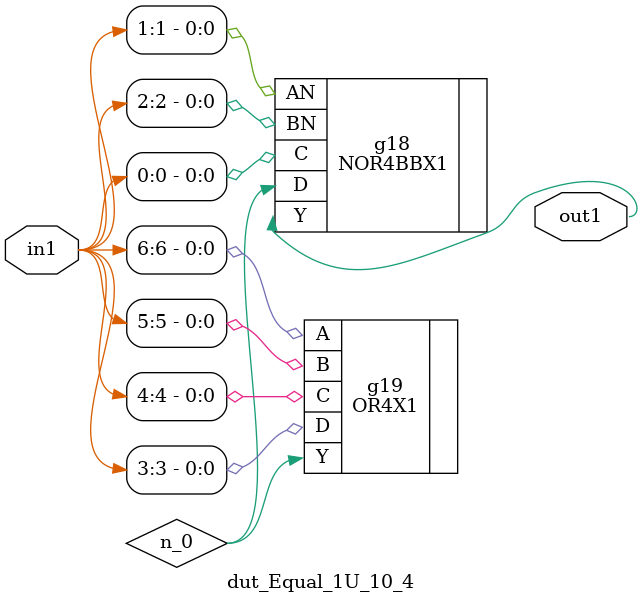
<source format=v>
`timescale 1ps / 1ps


module dut_Equal_1U_10_4(in1, out1);
  input [6:0] in1;
  output out1;
  wire [6:0] in1;
  wire out1;
  wire n_0;
  NOR4BBX1 g18(.AN (in1[1]), .BN (in1[2]), .C (in1[0]), .D (n_0), .Y
       (out1));
  OR4X1 g19(.A (in1[6]), .B (in1[5]), .C (in1[4]), .D (in1[3]), .Y
       (n_0));
endmodule



</source>
